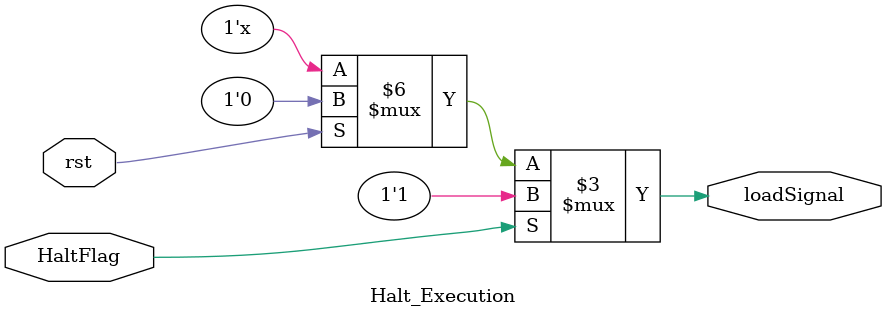
<source format=v>
`timescale 1ns / 1ps


//module Halt_Execution(
//input [31:0] instruction,
//input HaltFlag,
//output reg loadSignal //Should enter in the load of the PC
//);
//always @(*) begin
//if((instruction[6:0] == 7'b0001111 || instruction[6:0] == 7'b1110011) )
//    loadSignal = 1'b1;
//else
//    loadSignal = 1'b0;
//end
//endmodule

module Halt_Execution(
input rst,
input HaltFlag, //Coming from the Control unit
output reg loadSignal //Should enter in the load of the PC
);
always @(*)
begin
if(rst)
    loadSignal = 1'b0;
if(HaltFlag)//else  
    loadSignal= 1'b1;
//else 
//    loadSignal = 1'b0;
end

endmodule

</source>
